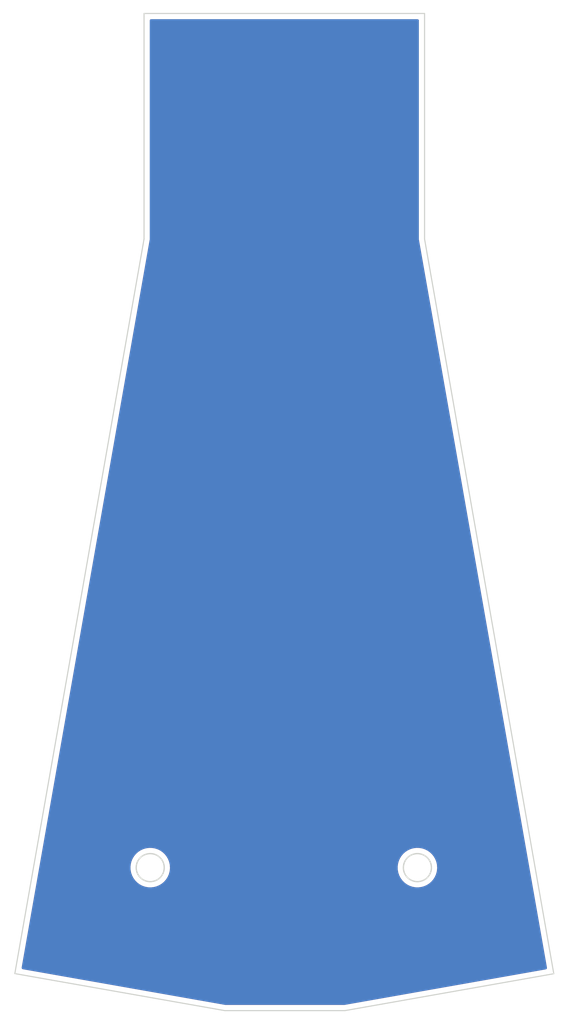
<source format=kicad_pcb>
(kicad_pcb (version 20211014) (generator pcbnew)
  (layers (0 "F.Cu" signal) (31 "B.Cu" signal) (34 "B.Paste" user) (35 "F.Paste" user) (36 "B.SilkS" user "B.Silkscreen") (37 "F.SilkS" user "F.Silkscreen") (38 "B.Mask" user) (39 "F.Mask" user) (44 "Edge.Cuts" user))
  (net 0 "")
  (footprint "Custom:M2 hole" (layer "F.Cu") (at 134.831818 99.545696)
    (fp_text reference "REF**" hide)
    (fp_text value "M2 hole")
    (fp_circle (center 0 0) (end 1.25 0) (layer "Edge.Cuts") (width 0.12) (fill none))
  )
  (footprint "Custom:M2 hole" (layer "F.Cu") (at 158.644318 99.545697)
    (fp_text reference "REF**" hide)
    (fp_text value "M2 hole")
    (fp_circle (center 0 0) (end 1.25 0) (layer "Edge.Cuts") (width 0.12) (fill none))
  )
  (gr_line (start 170.798916 109.001939) (end 152.18605 112.289099) (layer "Edge.Cuts") (width 0.1))
  (gr_line (start 134.281818 43.525551) (end 134.281818 23.425551) (layer "Edge.Cuts") (width 0.1))
  (gr_line (start 170.798916 109.001939) (end 159.281818 43.525551) (layer "Edge.Cuts") (width 0.1))
  (gr_line (start 141.477131 112.289099) (end 152.18605 112.289099) (layer "Edge.Cuts") (width 0.1))
  (gr_line (start 122.765783 108.989783) (end 141.477131 112.289099) (layer "Edge.Cuts") (width 0.1))
  (gr_line (start 134.281818 23.425551) (end 159.281818 23.425551) (layer "Edge.Cuts") (width 0.1))
  (gr_line (start 159.281818 43.525551) (end 159.281818 23.425551) (layer "Edge.Cuts") (width 0.1))
  (gr_line (start 122.765783 108.989783) (end 134.281818 43.525551) (layer "Edge.Cuts") (width 0.1))
  (zone (net 0) (net_name "") (layers F&B.Cu) (connect_pads (clearance 0.508)) (min_thickness 0.254) (fill yes (thermal_gap 0.508) (thermal_bridge_width 0.508))
    (polygon (pts (xy 172.24375 113.50625) (xy 121.44375 113.50625) (xy 121.44375 22.225) (xy 172.24375 22.225)))
  )
)
</source>
